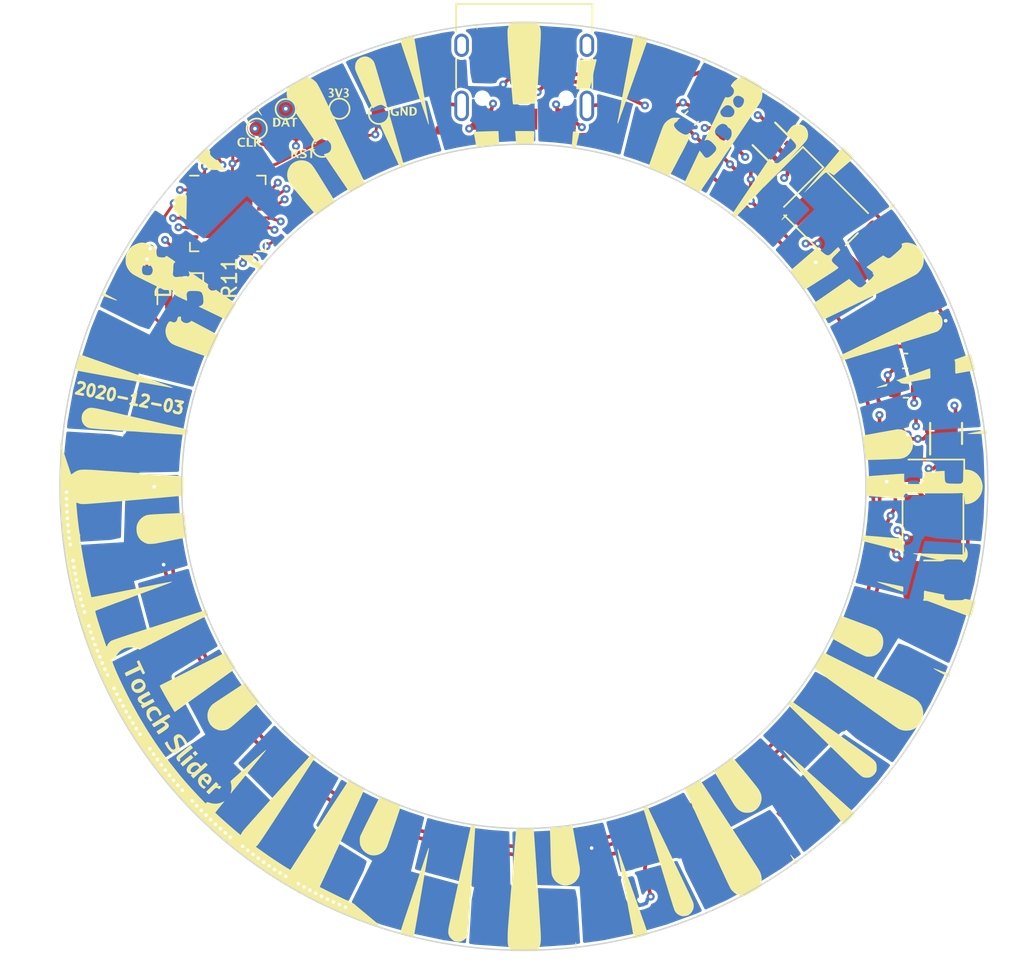
<source format=kicad_pcb>
(kicad_pcb (version 20210126) (generator pcbnew)
  (title_block (title "Meiji Led Ring") (date "2020-12-03") (rev "r1.0"))
  (layers (0 "F.Cu" signal) (1 "In1.Cu" power) (2 "In2.Cu" signal) (31 "B.Cu" signal) (34 "B.Paste" user) (35 "F.Paste" user) (36 "B.SilkS" user "B.Silkscreen") (37 "F.SilkS" user "F.Silkscreen") (38 "B.Mask" user) (39 "F.Mask" user) (44 "Edge.Cuts" user))
  (net 0 "")
  (net 1 "GND")
  (net 2 "Net-(C1-Pad1)")
  (net 3 "Net-(D1-Pad1)")
  (net 4 "Net-(D5-Pad1)")
  (net 5 "Net-(D6-Pad1)")
  (net 6 "Net-(D7-Pad1)")
  (net 7 "Net-(D8-Pad1)")
  (net 8 "Net-(D2-Pad1)")
  (net 9 "Net-(D3-Pad1)")
  (net 10 "Net-(D4-Pad1)")
  (net 11 "/LED0")
  (net 12 "/SWCLK")
  (net 13 "/SWDIO")
  (net 14 "Net-(D10-Pad2)")
  (net 15 "Net-(D10-Pad1)")
  (net 16 "Net-(D11-Pad1)")
  (net 17 "Net-(D12-Pad1)")
  (net 18 "Net-(D13-Pad1)")
  (net 19 "Net-(D14-Pad1)")
  (net 20 "Net-(D15-Pad1)")
  (net 21 "Net-(C2-Pad1)")
  (net 22 "Net-(D16-Pad1)")
  (net 23 "Net-(D17-Pad1)")
  (net 24 "+5V")
  (net 25 "Net-(D19-Pad1)")
  (net 26 "Net-(D20-Pad1)")
  (net 27 "Net-(D21-Pad1)")
  (net 28 "/LED_CTRL")
  (net 29 "Net-(D22-Pad1)")
  (net 30 "Net-(D23-Pad1)")
  (net 31 "Net-(C3-Pad1)")
  (net 32 "Net-(D18-Pad1)")
  (net 33 "Net-(D24-Pad1)")
  (net 34 "Net-(J1-PadA5)")
  (net 35 "Net-(D25-Pad2)")
  (net 36 "Net-(D26-Pad2)")
  (net 43 "Net-(TP6-Pad1)")
  (net 44 "Net-(TP7-Pad1)")
  (net 45 "Net-(TP8-Pad1)")
  (net 46 "Net-(D27-Pad2)")
  (net 47 "Net-(TP9-Pad1)")
  (net 48 "Net-(TP10-Pad1)")
  (net 49 "Net-(TP11-Pad1)")
  (net 50 "Net-(TP12-Pad1)")
  (net 51 "Net-(R3-Pad2)")
  (net 52 "/LED_EN")
  (net 53 "Net-(R4-Pad2)")
  (net 54 "Net-(TP13-Pad1)")
  (net 58 "Net-(J1-PadB5)")
  (net 61 "+3V3")
  (net 62 "/~RESET~")
  (footprint "Resistor_SMD:R_0402_1005Metric" (layer "F.Cu") (at 143.825 63.825)
    (fp_text reference "R14" hide)
    (fp_text value "1K" hide)
  )
  (footprint "Diode_SMD:D_SOD-123F" (layer "F.Cu") (at 178.4 66.85 -135)
    (fp_text reference "D26" hide)
    (fp_text value "DSS14" hide)
  )
  (footprint "Resistor_SMD:R_0603_1608Metric" (layer "F.Cu") (at 173.155018 64.170093 45)
    (fp_text reference "R9" hide)
    (fp_text value "10R" hide)
  )
  (footprint "Resistor_SMD:R_0402_1005Metric" (layer "F.Cu") (at 174.34826 61.138373 135)
    (fp_text reference "R6" hide)
    (fp_text value "5.1k" hide)
  )
  (footprint "Resistor_SMD:R_0402_1005Metric" (layer "F.Cu") (at 189.3 80.25 90)
    (fp_text reference "R5" hide)
    (fp_text value "5.1k" hide)
  )
  (footprint "LOGO" (layer "F.Cu") (at 160.075 88)
    (fp_text reference "G***" hide)
    (fp_text value "LOGO" hide)
  )
  (footprint "Capacitor_SMD:C_1210_3225Metric" (layer "F.Cu") (at 188.2 94.475 180)
    (fp_text reference "C1" hide)
    (fp_text value "22uF" hide)
  )
  (footprint "Capacitor_SMD:C_1210_3225Metric" (layer "F.Cu") (at 183.576003 71.921752 -135)
    (fp_text reference "C2" hide)
    (fp_text value "22uF" hide)
  )
  (footprint "gsd-footprints:touch_edge_arc" (layer "F.Cu") (at 128.45 88.4)
    (fp_text reference "TP8" hide)
    (fp_text value "TP_SWCLK" hide)
  )
  (footprint "Resistor_SMD:R_0402_1005Metric" (layer "F.Cu") (at 154.225 62.95 90)
    (fp_text reference "R2" hide)
    (fp_text value "5.1k" hide)
  )
  (footprint "gsd-footprints:touch_edge_arc" (layer "F.Cu") (at 140.601685 112.825818 51)
    (fp_text reference "TP10" hide)
    (fp_text value "TP_SWCLK" hide)
  )
  (footprint "gsd-footprints:touch_edge_arc" (layer "F.Cu") (at 134.200818 106.101686 34)
    (fp_text reference "TP9" hide)
    (fp_text value "TP_SWCLK" hide)
  )
  (footprint "gsd-footprints:touch_edge_arc" (layer "F.Cu") (at 131.732028 101.937161 25.5)
    (fp_text reference "TP12" hide)
    (fp_text value "TP_SWCLK" hide)
  )
  (footprint "Resistor_SMD:R_0402_1005Metric" (layer "F.Cu") (at 138.525 73.65 -90)
    (fp_text reference "R11")
    (fp_text value "1K")
  )
  (footprint "Diode_SMD:D_SOD-123F" (layer "F.Cu") (at 188.175 87.15 180)
    (fp_text reference "D25" hide)
    (fp_text value "DSS14" hide)
  )
  (footprint "Capacitor_SMD:C_0402_1005Metric" (layer "F.Cu") (at 148.475 63.85)
    (fp_text reference "C7" hide)
    (fp_text value "0.1uF" hide)
  )
  (footprint "TestPoint:TestPoint_Pad_D1.0mm" (layer "F.Cu") (at 147.275 61.95)
    (fp_text reference "TP3" hide)
    (fp_text value "TP_VDD" hide)
  )
  (footprint "Package_DFN_QFN:DFN-6-1EP_2x2mm_P0.65mm_EP1x1.6mm" (layer "F.Cu") (at 177.071447 64.196447 135)
    (fp_text reference "U3" hide)
    (fp_text value "AP5726" hide)
  )
  (footprint "TestPoint:TestPoint_Pad_D1.0mm" (layer "F.Cu") (at 150 62.3)
    (fp_text reference "TP5" hide)
    (fp_text value "TP_GND" hide)
  )
  (footprint "gsd-footprints:touch_edge_arc" (layer "F.Cu") (at 128.9 93.125 8.5)
    (fp_text reference "TP13" hide)
    (fp_text value "TP_SWCLK" hide)
  )
  (footprint "Resistor_SMD:R_0402_1005Metric" (layer "F.Cu") (at 165.825 62.975 -90)
    (fp_text reference "R1" hide)
    (fp_text value "5.1k" hide)
  )
  (footprint "Package_DFN_QFN:DFN-6-1EP_2x2mm_P0.65mm_EP1x1.6mm" (layer "F.Cu") (at 189.125 84.35 90)
    (fp_text reference "U2" hide)
    (fp_text value "AP5726" hide)
  )
  (footprint "Resistor_SMD:R_0603_1608Metric" (layer "F.Cu") (at 171.54635 62.596781 45)
    (fp_text reference "R10" hide)
    (fp_text value "10R" hide)
  )
  (footprint "Package_TO_SOT_SMD:SOT-23" (layer "F.Cu") (at 136.3 74.05 90)
    (fp_text reference "U4" hide)
    (fp_text value "MCP1700-3302E_SOT23" hide)
  )
  (footprint "TestPoint:TestPoint_Pad_D1.0mm" (layer "F.Cu") (at 143.575 61.975)
    (fp_text reference "TP2" hide)
    (fp_text value "TP_SWDIO" hide)
  )
  (footprint "Capacitor_SMD:C_0402_1005Metric" (layer "F.Cu") (at 135.45 71.85)
    (fp_text reference "C4" hide)
    (fp_text value "1uF" hide)
  )
  (footprint "Inductor_SMD:L_Taiyo-Yuden_NR-40xx" (layer "F.Cu") (at 180.85 69.225 135)
    (fp_text reference "L2" hide)
    (fp_text value "22uH" hide)
  )
  (footprint "Capacitor_SMD:C_0402_1005Metric" (layer "F.Cu") (at 139.15 64.775 45)
    (fp_text reference "C5" hide)
    (fp_text value "10uF" hide)
  )
  (footprint "Package_DFN_QFN:QFN-24-1EP_5x5mm_P0.65mm_EP3.4x3.4mm" (layer "F.Cu") (at 139.575 69.175)
    (fp_text reference "U1" hide)
    (fp_text value "ATSAML10D14-MFT" hide)
  )
  (footprint "TestPoint:TestPoint_Pad_D1.0mm" (layer "F.Cu") (at 141.575 63.325)
    (fp_text reference "TP1" hide)
    (fp_text value "TP_SWCLK" hide)
  )
  (footprint "gsd-footprints:touch_edge_arc" (layer "F.Cu") (at 144.447291 115.410141 59.5)
    (fp_text reference "TP6" hide)
    (fp_text value "TP_SWCLK" hide)
  )
  (footprint "gkl_logos:gsd_logo_small" (layer "F.Cu") (at 187.3 97.625)
    (fp_text reference "G***" hide)
    (fp_text value "LOGO" hide)
  )
  (footprint "gkl_logos:oshw_small" (layer "F.Cu") (at 178.35 109.775)
    (fp_text reference "G***" hide)
    (fp_text value "LOGO" hide)
  )
  (footprint "Inductor_SMD:L_Taiyo-Yuden_NR-40xx" (layer "F.Cu") (at 188.22 90.6 90)
    (fp_text reference "L1" hide)
    (fp_text value "22uH" hide)
  )
  (footprint "Resistor_SMD:R_0603_1608Metric" (layer "F.Cu") (at 186.3 79.35)
    (fp_text reference "R8" hide)
    (fp_text value "10R" hide)
  )
  (footprint "Capacitor_SMD:C_0402_1005Metric" (layer "F.Cu") (at 142.125 64.925 45)
    (fp_text reference "C3" hide)
    (fp_text value "1uF" hide)
  )
  (footprint "Connector_USB:USB_C_Receptacle_HRO_TYPE-C-31-M-12" (layer "F.Cu") (at 160.025 58.625 180)
    (fp_text reference "J1" hide)
    (fp_text value "USB_C_Receptacle_USB2.0" hide)
  )
  (footprint "Capacitor_SMD:C_0402_1005Metric" (layer "F.Cu") (at 136.175 76.3 180)
    (fp_text reference "C6" hide)
    (fp_text value "0.1uF" hide)
  )
  (footprint "LED_SMD:LED_0402_1005Metric" (layer "F.Cu") (at 133.975 73.575 -90)
    (fp_text reference "D27")
    (fp_text value "LED_ALT")
  )
  (footprint "TestPoint:TestPoint_Pad_D1.0mm" (layer "F.Cu") (at 146.1 64.575)
    (fp_text reference "TP4" hide)
    (fp_text value "TP_RESET" hide)
  )
  (footprint "gsd-footprints:touch_edge_arc" (layer "F.Cu") (at 129.988258 97.626512 17)
    (fp_text reference "TP7" hide)
    (fp_text value "TP_SWCLK" hide)
  )
  (footprint "Resistor_SMD:R_0402_1005Metric" (layer "F.Cu") (at 188.35 80.275 90)
    (fp_text reference "R3" hide)
    (fp_text value "100k" hide)
  )
  (footprint "gsd-footprints:touch_edge_arc" (layer "F.Cu") (at 137.125 109.7 42.5)
    (fp_text reference "TP11" hide)
    (fp_text value "TP_SWCLK" hide)
  )
  (footprint "Resistor_SMD:R_0603_1608Metric" (layer "F.Cu") (at 186.35 81.375)
    (fp_text reference "R7" hide)
    (fp_text value "10R" hide)
  )
  (footprint "Resistor_SMD:R_0402_1005Metric" (layer "F.Cu") (at 173.641154 61.84548 135)
    (fp_text reference "R4" hide)
    (fp_text value "100k" hide)
  )
  (footprint "gsd-footprints:LED_LUXEON_3014" (layer "B.Cu") (at 188 88)
    (fp_text reference "D12" hide)
    (fp_text value "LED_ALT" hide)
  )
  (footprint "gsd-footprints:LED_LUXEON_3014" (layer "B.Cu") (at 146 63.751288 120)
    (fp_text reference "D20" hide)
    (fp_text value "LED_ALT" hide)
  )
  (footprint "gsd-footprints:LED_LUXEON_3014" (layer "B.Cu") (at 132.954077 80.753066 165)
    (fp_text reference "D23" hide)
    (fp_text value "LED_ALT" hide)
  )
  (footprint "gsd-footprints:LED_LUXEON_3014" (layer "B.Cu") (at 174 112.248711 -60)
    (fp_text reference "D8" hide)
    (fp_text value "LED_ALT" hide)
  )
  (footprint "gsd-footprints:LED_LUXEON_3014" (layer "B.Cu") (at 174 63.751288 60)
    (fp_text reference "D16" hide)
    (fp_text value "LED_ALT" hide)
  )
  (footprint "gsd-footprints:LED_LUXEON_3014" (layer "B.Cu") (at 152.753067 60.954076 105)
    (fp_text reference "D19" hide)
    (fp_text value "LED_ALT" hide)
  )
  (footprint "gsd-footprints:LED_LUXEON_3014" (layer "B.Cu") (at 179.79899 68.20101 45)
    (fp_text reference "D15" hide)
    (fp_text value "LED_ALT" hide)
  )
  (footprint "gsd-footprints:LED_LUXEON_3014" (layer "B.Cu") (at 140.201011 107.798989 -135)
    (fp_text reference "D3" hide)
    (fp_text value "LED_ALT" hide)
  )
  (footprint "gsd-footprints:LED_LUXEON_3014" (layer "B.Cu") (at 187.045924 95.246933 -15)
    (fp_text reference "D11" hide)
    (fp_text value "LED_ALT" hide)
  )
  (footprint "gsd-footprints:LED_LUXEON_3014" (layer "B.Cu") (at 132 88 180)
    (fp_text reference "D24" hide)
    (fp_text value "LED_ALT" hide)
  )
  (footprint "gsd-footprints:LED_LUXEON_3014" (layer "B.Cu") (at 187.045924 80.753066 15)
    (fp_text reference "D13" hide)
    (fp_text value "LED_ALT" hide)
  )
  (footprint "gsd-footprints:LED_LUXEON_3014" (layer "B.Cu") (at 135.751289 73.999999 150)
    (fp_text reference "D22" hide)
    (fp_text value "LED_ALT" hide)
  )
  (footprint "gsd-footprints:LED_LUXEON_3014" (layer "B.Cu") (at 179.79899 107.798989 -45)
    (fp_text reference "D9" hide)
    (fp_text value "LED_ALT" hide)
  )
  (footprint "gsd-footprints:LED_LUXEON_3014" (layer "B.Cu") (at 184.248712 102 -30)
    (fp_text reference "D10" hide)
    (fp_text value "LED_ALT" hide)
  )
  (footprint "gsd-footprints:LED_LUXEON_3014" (layer "B.Cu") (at 146 112.248711 -120)
    (fp_text reference "D4" hide)
    (fp_text value "LED_ALT" hide)
  )
  (footprint "gsd-footprints:LED_LUXEON_3014" (layer "B.Cu") (at 135.751289 102 -150)
    (fp_text reference "D2" hide)
    (fp_text value "LED_ALT" hide)
  )
  (footprint "gsd-footprints:LED_LUXEON_3014" (layer "B.Cu") (at 140.201011 68.20101 135)
    (fp_text reference "D21" hide)
    (fp_text value "LED_ALT" hide)
  )
  (footprint "gsd-footprints:LED_LUXEON_3014" (layer "B.Cu") (at 160 60 90)
    (fp_text reference "D18" hide)
    (fp_text value "LED_ALT" hide)
  )
  (footprint "gsd-footprints:LED_LUXEON_3014" (layer "B.Cu") (at 160 116 -90)
    (fp_text reference "D6" hide)
    (fp_text value "LED_ALT" hide)
  )
  (footprint "gsd-footprints:LED_LUXEON_3014" (layer "B.Cu") (at 132.954077 95.246933 -165)
    (fp_text reference "D1" hide)
    (fp_text value "LED_ALT" hide)
  )
  (footprint "gsd-footprints:LED_LUXEON_3014" (layer "B.Cu") (at 167.246934 115.045923 -75)
    (fp_text reference "D7" hide)
    (fp_text value "LED_ALT" hide)
  )
  (footprint "gsd-footprints:LED_LUXEON_3014" (layer "B.Cu") (at 152.753067 115.045923 -105)
    (fp_text reference "D5" hide)
    (fp_text value "LED_ALT" hide)
  )
  (footprint "gsd-footprints:LED_LUXEON_3014" (layer "B.Cu") (at 184.248712 74 30)
    (fp_text reference "D14" hide)
    (fp_text value "LED_ALT" hide)
  )
  (footprint "gsd-footprints:LED_LUXEON_3014" (layer "B.Cu") (at 167.246934 60.954076 75)
    (fp_text reference "D17" hide)
    (fp_text value "LED_ALT" hide)
  )
  (gr_circle (center 160 88) (end 183.6 88) (layer "Edge.Cuts") (width 0.1) (fill none))
  (gr_circle (center 160 88) (end 192 88) (layer "Edge.Cuts") (width 0.1) (fill none))
  (gr_text "2020-12-03" (at 132.8 81.925 -11) (layer "F.SilkS") (effects (font (size 0.8 0.75) (thickness 0.1875))))
  (segment (start 165.3 61.675) (end 164.345 61.755) (width 0.25) (layer "F.Cu") (net 1))
  (segment (start 141.4 64.575) (end 140.9 65.05) (width 0.2) (layer "F.Cu") (net 1))
  (segment (start 185.95 82.6) (end 185.95 83.949999) (width 0.25) (layer "F.Cu") (net 1))
  (segment (start 171.825 63.85) (end 172.465588 64.488291) (width 0.25) (layer "F.Cu") (net 1))
  (segment (start 179.881371 72.54047) (end 175.656408 68.315507) (width 0.25) (layer "F.Cu") (net 1))
  (segment (start 176.239771 65.540113) (end 175.656408 66.123476) (width 0.25) (layer "F.Cu") (net 1))
  (segment (start 186.8 94.475) (end 186.8 93.875) (width 0.25) (layer "F.Cu") (net 1))
  (segment (start 139.492947 64.432053) (end 139.9 65.075) (width 0.2) (layer "F.Cu") (net 1))
  (segment (start 189.125 84.35) (end 187.925 84.35) (width 0.25) (layer "F.Cu") (net 1))
  (segment (start 175.886218 63.878412) (end 175.532664 63.524858) (width 0.25) (layer "F.Cu") (net 1))
  (segment (start 185.1 80.325) (end 185.5125 79.9125) (width 0.25) (layer "F.Cu") (net 1))
  (segment (start 140.5 65.25) (end 140.275 65.525) (width 0.2) (layer "F.Cu") (net 1))
  (segment (start 175.656408 66.818592) (end 175.656408 66.123476) (width 0.25) (layer "F.Cu") (net 1))
  (segment (start 185.1 80.325) (end 185.1 80.912499) (width 0.25) (layer "F.Cu") (net 1))
  (segment (start 186.8 93.875) (end 185.7 92.7) (width 0.25) (layer "F.Cu") (net 1))
  (segment (start 139.9 66.725) (end 139.9 65.725) (width 0.2) (layer "F.Cu") (net 1))
  (segment (start 177.088299 64.161255) (end 176.239771 65.009783) (width 0.25) (layer "F.Cu") (net 1))
  (segment (start 175.302854 64.249643) (end 176.062994 65.009783) (width 0.25) (layer "F.Cu") (net 1))
  (segment (start 174.218458 65.781542) (end 173.605798 65.168882) (width 0.25) (layer "F.Cu") (net 1))
  (segment (start 133.975 73.09) (end 134.85 73.5) (width 0.2) (layer "F.Cu") (net 1))
  (segment (start 188.250001 82.7) (end 187.800001 83.15) (width 0.25) (layer "F.Cu") (net 1))
  (segment (start 139.925 65.4) (end 139.9 65.725) (width 0.2) (layer "F.Cu") (net 1))
  (segment (start 154.725 61.6) (end 155.705 61.755) (width 0.25) (layer "F.Cu") (net 1))
  (segment (start 134.475 71.85) (end 134.965 71.85) (width 0.2) (layer "F.Cu") (net 1))
  (segment (start 165.825 62.49) (end 165.8 61.925) (width 0.25) (layer "F.Cu") (net 1))
  (segment (start 185.7 92.7) (end 185.625 92.7) (width 0.25) (layer "F.Cu") (net 1))
  (segment (start 165.575 61.8) (end 165.3 61.675) (width 0.25) (layer "F.Cu") (net 1))
  (segment (start 134.85 73.85) (end 134.85 73.5) (width 0.2) (layer "F.Cu") (net 1))
  (segment (start 140.9 65.05) (end 140.5 65.25) (width 0.2) (layer "F.Cu") (net 1))
  (segment (start 185.075 91.225) (end 185.075 90.475) (width 0.25) (layer "F.Cu") (net 1))
  (segment (start 173.05779 65.168882) (end 172.465588 64.57668) (width 0.25) (layer "F.Cu") (net 1))
  (segment (start 182.603732 72.964734) (end 182.179468 72.54047) (width 0.25) (layer "F.Cu") (net 1))
  (segment (start 187.55 84.725) (end 186.725 84.725) (width 0.25) (layer "F.Cu") (net 1))
  (segment (start 173.605798 65.168882) (end 173.05779 65.168882) (width 0.25) (layer "F.Cu") (net 1))
  (segment (start 154.4 61.725) (end 154.725 61.6) (width 0.25) (layer "F.Cu") (net 1))
  (segment (start 139.9 66.725) (end 139.575 69.175) (width 0.2) (layer "F.Cu") (net 1))
  (segment (start 187.8 84.225) (end 187.925 84.35) (width 0.25) (layer "F.Cu") (net 1))
  (segment (start 134.225 71.6) (end 134.475 71.85) (width 0.2) (layer "F.Cu") (net 1))
  (segment (start 176.239771 65.009783) (end 176.239771 65.540113) (width 0.25) (layer "F.Cu") (net 1))
  (segment (start 185.562501 81.375) (end 185.562501 82.2125) (width 0.25) (layer "F.Cu") (net 1))
  (segment (start 185.625 92.7) (end 185.275 92.025) (width 0.25) (layer "F.Cu") (net 1))
  (segment (start 170.998342 63.180144) (end 171.157441 63.180144) (width 0.25) (layer "F.Cu") (net 1))
  (segment (start 175.656408 66.123476) (end 174.560392 66.123476) (width 0.25) (layer "F.Cu") (net 1))
  (segment (start 185.075 90.475) (end 185.3 90.025) (width 0.25) (layer "F.Cu") (net 1))
  (segment (start 172.465588 64.488291) (end 172.465588 64.57668) (width 0.25) (layer "F.Cu") (net 1))
  (segment (start 135.69 76.3) (end 135.35 75.675) (width 0.2) (layer "F.Cu") (net 1))
  (segment (start 142.467947 64.582053) (end 141.9 64.375) (width 0.2) (layer "F.Cu") (net 1))
  (segment (start 175.532664 63.524858) (end 175.391243 63.524858) (width 0.25) (layer "F.Cu") (net 1))
  (segment (start 133.975 73.09) (end 134 72.325) (width 0.2) (layer "F.Cu") (net 1))
  (segment (start 188.475001 83.3) (end 188.475 82.8) (width 0.25) (layer "F.Cu") (net 1))
  (segment (start 182.179468 72.54047) (end 180.13453 72.54047) (width 0.25) (layer "F.Cu") (net 1))
  (segment (start 175.391243 63.524858) (end 175.302854 63.613247) (width 0.25) (layer "F.Cu") (net 1))
  (segment (start 185.562501 82.2125) (end 185.95 82.6) (width 0.25) (layer "F.Cu") (net 1))
  (segment (start 163.275 62.67) (end 164 63.225) (width 0.25) (layer "F.Cu") (net 1))
  (segment (start 185.95 83.949999) (end 186.725 84.725) (width 0.25) (layer "F.Cu") (net 1))
  (segment (start 185.275 92.025) (end 185.075 91.225) (width 0.25) (layer "F.Cu") (net 1))
  (segment (start 139.25 71.625) (end 139.575 69.175) (width 0.2) (layer "F.Cu") (net 1))
  (segment (start 185.5125 79.9125) (end 185.5125 79.35) (width 0.25) (layer "F.Cu") (net 1))
  (segment (start 176.062994 65.009783) (end 176.239771 65.009783) (width 0.25) (layer "F.Cu") (net 1))
  (segment (start 135.35 75.675) (end 135.35 75.05) (width 0.2) (layer "F.Cu") (net 1))
  (segment (start 139.9 65.075) (end 139.925 65.4) (width 0.2) (layer "F.Cu") (net 1))
  (segment (start 187.925 84.35) (end 187.55 84.725) (width 0.25) (layer "F.Cu") (net 1))
  (segment (start 148.96 63.85) (end 149.75 63.725) (width 0.2) (layer "F.Cu") (net 1))
  (segment (start 188.475 82.8) (end 188.375 82.7) (width 0.25) (layer "F.Cu") (net 1))
  (segment (start 185.3 90.025) (end 185.625 89.425) (width 0.25) (layer "F.Cu") (net 1))
  (segment (start 171.157441 63.180144) (end 171.825 63.85) (width 0.25) (layer "F.Cu") (net 1))
  (segment (start 140.275 65.525) (end 139.9 65.725) (width 0.2) (layer "F.Cu") (net 1))
  (segment (start 135.35 75.05) (end 134.85 73.85) (width 0.2) (layer "F.Cu") (net 1))
  (segment (start 154.225 62.465) (end 154.4 61.725) (width 0.25) (layer "F.Cu") (net 1))
  (segment (start 188.375 82.7) (end 188.250001 82.7) (width 0.25) (layer "F.Cu") (net 1))
  (segment (start 185.625 85.825) (end 186.725 84.725) (width 0.25) (layer "F.Cu") (net 1))
  (segment (start 175.302854 63.613247) (end 175.302854 64.249643) (width 0.25) (layer "F.Cu") (net 1))
  (segment (start 175.656408 68.315507) (end 175.656408 66.818592) (width 0.25) (layer "F.Cu") (net 1))
  (segment (start 185.1 80.912499) (end 185.562501 81.375) (width 0.25) (layer "F.Cu") (net 1))
  (segment (start 180.13453 72.54047) (end 179.881371 72.54047) (width 0.25) (layer "F.Cu") (net 1))
  (segment (start 174.560392 66.123476) (end 174.218458 65.781542) (width 0.25) (layer "F.Cu") (net 1))
  (segment (start 187.800001 83.15) (end 187.8 84.225) (width 0.25) (layer "F.Cu") (net 1))
  (segment (start 150 62.3) (end 149.75 63.725) (width 0.2) (layer "F.Cu") (net 1))
  (segment (start 141.9 64.375) (end 141.4 64.575) (width 0.2) (layer "F.Cu") (net 1))
  (segment (start 185.625 89.425) (end 185.625 85.825) (width 0.25) (layer "F.Cu") (net 1))
  (segment (start 156.775 62.67) (end 156.225 63.325) (width 0.25) (layer "F.Cu") (net 1))
  (segment (start 165.8 61.925) (end 165.575 61.8) (width 0.25) (layer "F.Cu") (net 1))
  (via (at 185.3 90.025) (size 0.55) (drill 0.25) (layers "F.Cu" "B.Cu") (net 1))
  (via (at 134 72.325) (size 0.55) (drill 0.25) (layers "F.Cu" "B.Cu") (net 1))
  (via (at 134.225 71.6) (size 0.55) (drill 0.25) (layers "F.Cu" "B.Cu") (net 1))
  (via (at 185.1 80.325) (size 0.55) (drill 0.25) (layers "F.Cu" "B.Cu") (net 1))
  (via (at 164 63.225) (size 0.55) (drill 0.25) (layers "F.Cu" "B.Cu") (net 1))
  (via (at 186.475 84.425) (size 0.55) (drill 0.25) (layers "F.Cu" "B.Cu") (net 1))
  (via (at 174.218458 65.781542) (size 0.55) (drill 0.25) (layers "F.Cu" "B.Cu") (net 1))
  (via (at 156.225 63.325) (size 0.55) (drill 0.25) (layers "F.Cu" "B.Cu") (net 1))
  (via (at 175.656408 66.818592) (size 0.55) (drill 0.25) (layers "F.Cu" "B.Cu") (net 1))
  (via (at 139.9 65.725) (size 0.55) (drill 0.25) (layers "F.Cu" "B.Cu") (net 1))
  (via (at 175.656408 68.315507) (size 0.55) (drill 0.25) (layers "F.Cu" "B.Cu") (net 1))
  (via (at 149.75 63.725) (size 0.55) (drill 0.25) (layers "F.Cu" "B.Cu") (net 1))
  (via (at 171.825 63.85) (size 0.55) (drill 0.25) (layers "F.Cu" "B.Cu") (net 1))
  (via (at 180.13453 72.54047) (size 0.55) (drill 0.25) (layers "F.Cu" "B.Cu") (net 1))
  (via (at 185.7 92.7) (size 0.55) (drill 0.25) (layers "F.Cu" "B.Cu") (net 1))
  (via (at 187.175 84.725) (size 0.55) (drill 0.25) (layers "F.Cu" "B.Cu") (net 1))
  (segment (start 168.5 113.475) (end 168.695 113.205) (width 0.25) (layer "F.Cu") (net 2))
  (segment (start 170.375 111.7) (end 172.3 110.7) (width 0.25) (layer "F.Cu") (net 2))
  (segment (start 181.6 102.175) (end 183.525 98.7) (width 0.25) (layer "F.Cu") (net 2))
  (segment (start 165.125 113.525) (end 166.25 113.325) (width 0.25) (layer "F.Cu") (net 2))
  (segment (start 184.375 97.4) (end 185.15 96.575) (width 0.25) (layer "F.Cu") (net 2))
  (segment (start 165.125 113.525) (end 164.45 113.575) (width 0.25) (layer "F.Cu") (net 2))
  (segment (start 189.575001 86.45) (end 189.575 87.15) (width 0.25) (layer "F.Cu") (net 2))
  (segment (start 166.975 113.125) (end 167.875 113) (width 0.25) (layer "F.Cu") (net 2))
  (segment (start 185.6 96.425) (end 186.05 96.375) (width 0.25) (layer "F.Cu") (net 2))
  (segment (start 180.65 103.475) (end 178.825 105.65) (width 0.25) (layer "F.Cu") (net 2))
  (segment (start 144 107.8) (end 147.025 109.925) (width 0.25) (layer "F.Cu") (net 2))
  (segment (start 183.525 98.7) (end 184.375 97.4) (width 0.25) (layer "F.Cu") (net 2))
  (segment (start 168.35 114.35) (end 168.5 113.475) (width 0.25) (layer "F.Cu") (net 2))
  (segment (start 155.85 113.025) (end 159.4 113.4) (width 0.25) (layer "F.Cu") (net 2))
  (segment (start 149.225 111.15) (end 152.175 112.1) (width 0.25) (layer "F.Cu") (net 2))
  (segment (start 180.65 103.475) (end 181.6 102.175) (width 0.25) (layer "F.Cu") (net 2))
  (segment (start 139.275 102.675) (end 141.475 105.575) (width 0.25) (layer "F.Cu") (net 2))
  (segment (start 189.775 86.250001) (end 189.575001 86.45) (width 0.25) (layer "F.Cu") (net 2))
  (segment (start 135.85 96.125) (end 137.525 99.725) (width 0.25) (layer "F.Cu") (net 2))
  (segment (start 190.625 87.55) (end 190.625 93.45) (width 0.25) (layer "F.Cu") (net 2))
  (segment (start 187.175 96.35) (end 189.3 96.2) (width 0.25) (layer "F.Cu") (net 2))
  (segment (start 168.695 113.205) (end 169.15 112.575) (width 0.25) (layer "F.Cu") (net 2))
  (segment (start 185.15 96.575) (end 185.6 96.425) (width 0.25) (layer "F.Cu") (net 2))
  (segment (start 152.175 112.1) (end 155.85 113.025) (width 0.25) (layer "F.Cu") (net 2))
  (segment (start 137.525 99.725) (end 139.275 102.675) (width 0.25) (layer "F.Cu") (net 2))
  (segment (start 166.25 113.325) (end 166.975 113.125) (width 0.25) (layer "F.Cu") (net 2))
  (segment (start 189.775 85.4) (end 189.775 86.250001) (width 0.25) (layer "F.Cu") (net 2))
  (segment (start 174.725 109.2) (end 177.575 106.925) (width 0.25) (layer "F.Cu") (net 2))
  (segment (start 164.45 113.575) (end 163.425 113.55) (width 0.25) (layer "F.Cu") (net 2))
  (segment (start 189.575 87.15) (end 190.225 87.15) (width 0.25) (layer "F.Cu") (net 2))
  (segment (start 161.85 113.35) (end 163.425 113.55) (width 0.25) (layer "F.Cu") (net 2))
  (segment (start 172.3 110.7) (end 174.725 109.2) (width 0.25) (layer "F.Cu") (net 2))
  (segment (start 186.05 96.375) (end 187.175 96.35) (width 0.25) (layer "F.Cu") (net 2))
  (segment (start 177.575 106.925) (end 178.825 105.65) (width 0.25) (layer "F.Cu") (net 2))
  (segment (start 190.225 87.15) (end 190.625 87.55) (width 0.25) (layer "F.Cu") (net 2))
  (segment (start 168.75 116.3) (end 168.35 114.35) (width 0.25) (layer "F.Cu") (net 2))
  (segment (start 190.625 93.45) (end 189.6 94.475) (width 0.25) (layer "F.Cu") (net 2))
  (segment (start 189.3 96.2) (end 189.6 96.05) (width 0.25) (layer "F.Cu") (net 2))
  (segment (start 189.6 96.05) (end 189.6 94.475) (width 0.25) (layer "F.Cu") (net 2))
  (segment (start 159.4 113.4) (end 161.85 113.35) (width 0.25) (layer "F.Cu") (net 2))
  (segment (start 135.15 93.4) (end 135.85 96.125) (width 0.25) (layer "F.Cu") (net 2))
  (segment (start 167.875 113) (end 168.695 113.205) (width 0.25) (layer "F.Cu") (net 2))
  (segment (start 141.475 105.575) (end 144 107.8) (width 0.25) (layer "F.Cu") (net 2))
  (segment (start 147.025 109.925) (end 149.225 111.15) (width 0.25) (layer "F.Cu") (net 2))
  (segment (start 169.15 112.575) (end 170.375 111.7) (width 0.25) (layer "F.Cu") (net 2))
  (via (at 168.75 116.3) (size 0.55) (drill 0.25) (layers "F.Cu" "B.Cu") (net 2))
  (via (at 135.15 93.4) (size 0.55) (drill 0.25) (layers "F.Cu" "B.Cu") (net 2))
  (segment (start 167.75 116.725) (end 167.975 116.9) (width 0.25) (layer "B.Cu") (net 2))
  (segment (start 168.45 116.75) (end 168.525 116.5) (width 0.25) (layer "B.Cu") (net 2))
  (segment (start 167.426813 115.717241) (end 167.75 116.725) (width 0.25) (layer "B.Cu") (net 2))
  (segment (start 132.282759 95.426812) (end 132.275 94.175) (width 0.25) (layer "B.Cu") (net 2))
  (segment (start 168.2 116.85) (end 168.45 116.75) (width 0.25) (layer "B.Cu") (net 2))
  (segment (start 132.275 94.175) (end 132.85 93.875) (width 0.25) (layer "B.Cu") (net 2))
  (segment (start 132.85 93.875) (end 135.15 93.4) (width 0.25) (layer "B.Cu") (net 2))
  (segment (start 167.975 116.9) (end 168.2 116.85) (width 0.25) (layer "B.Cu") (net 2))
  (segment (start 168.525 116.5) (end 168.75 116.3) (width 0.25) (layer "B.Cu") (net 2))
  (segment (start 184.525 94.55) (end 184.625 94.125) (width 0.25) (layer "F.Cu") (net 5))
  (segment (start 184.6 86.05) (end 184.425 87.3) (width 0.25) (layer "F.Cu") (net 5))
  (segment (start 165.775 112.75) (end 164.675 112.95) (width 0.25) (layer "F.Cu") (net 5))
  (segment (start 183.225 98.375) (end 181.5 101.35) (width 0.25) (layer "F.Cu") (net 5))
  (segment (start 179.85 103.675) (end 177.825 105.975) (width 0.25) (layer "F.Cu") (net 5))
  (segment (start 184.525 83.075) (end 184.6 86.05) (width 0.25) (layer "F.Cu") (net 5))
  (segment (start 181.5 101.35) (end 179.85 103.675) (width 0.25) (layer "F.Cu") (net 5))
  (segment (start 184.6 90.5) (end 184.75 92.725) (width 0.25) (layer "F.Cu") (net 5))
  (segment (start 184.525 88.375) (end 184.6 90.5) (width 0.25) (layer "F.Cu") (net 5))
  (segment (start 175.125 108.3) (end 171.95 110.4) (width 0.25) (layer "F.Cu") (net 5))
  (segment (start 184.225 95.625) (end 183.225 98.375) (width 0.25) (layer "F.Cu") (net 5))
  (segment (start 186.925 81.5875) (end 187.1375 81.375) (width 0.25) (layer "F.Cu") (net 5))
  (segment (start 184.625 94.125) (end 184.75 92.725) (width 0.25) (layer "F.Cu") (net 5))
  (segment (start 186.925 82.25) (end 186.925 81.5875) (width 0.25) (layer "F.Cu") (net 5))
  (segment (start 168.15 112.075) (end 165.775 112.75) (width 0.25) (layer "F.Cu") (net 5))
  (segment (start 184.425 87.3) (end 184.525 88.375) (width 0.25) (layer "F.Cu") (net 5))
  (segment (start 184.525 94.55) (end 184.225 95.625) (width 0.25) (layer "F.Cu") (net 5))
  (segment (start 171.95 110.4) (end 168.15 112.075) (width 0.25) (layer "F.Cu") (net 5))
  (segment (start 177.825 105.975) (end 175.125 108.3) (width 0.25) (layer "F.Cu") (net 5))
  (via (at 164.675 112.95) (size 0.55) (drill 0.25) (layers "F.Cu" "B.Cu") (net 5))
  (via (at 186.925 82.25) (size 0.55) (drill 0.25) (layers "F.Cu" "B.Cu") (net 5))
  (via (at 184.525 83.075) (size 0.55) (drill 0.25) (layers "F.Cu" "B.Cu") (net 5))
  (segment (start 139.425 72.95) (end 139.15 73) (width 0.2) (layer "F.Cu") (net 11))
  (segment (start 139.15 73) (end 138.525 73.165) (width 0.2) (layer "F.Cu") (net 11))
  (segment (start 139.85 72.5) (end 139.65 72.725) (width 0.2) (layer "F.Cu") (net 11))
  (segment (start 139.9 71.625) (end 139.85 72.5) (width 0.2) (layer "F.Cu") (net 11))
  (segment (start 139.65 72.725) (end 139.425 72.95) (width 0.2) (layer "F.Cu") (net 11))
  (segment (start 141.575 63.325) (end 142.425 63.625) (width 0.2) (layer "F.Cu") (net 12))
  (segment (start 142.425 63.625) (end 143.34 63.825) (width 0.2) (layer "F.Cu") (net 12))
  (segment (start 137.95 66.725) (end 138 65.925) (width 0.2) (layer "F.Cu") (net 12))
  (via (at 141.45 63.325) (size 0.55) (drill 0.25) (layers "F.Cu" "B.Cu") (net 12))
  (via (at 138 65.925) (size 0.55) (drill 0.25) (layers "F.Cu" "B.Cu") (net 12))
  (segment (start 137.125 67.55) (end 136.275 67.55) (width 0.2) (layer "F.Cu") (net 13))
  (via (at 143.575 61.95) (size 0.55) (drill 0.25) (layers "F.Cu" "B.Cu") (net 13))
  (via (at 136.275 67.55) (size 0.55) (drill 0.25) (layers "F.Cu" "B.Cu") (net 13))
  (segment (start 187.0875 79.35) (end 187.6 79.35) (width 0.25) (layer "F.Cu") (net 17))
  (segment (start 185.0875 82.7125) (end 184.45 82.075) (width 0.25) (layer "F.Cu") (net 17))
  (segment (start 185.025 87.675) (end 185.175 85.5) (width 0.25) (layer "F.Cu") (net 17))
  (segment (start 189.3 79.55) (end 188.925 79.175) (width 0.25) (layer "F.Cu") (net 17))
  (segment (start 187.6 79.35) (end 187.625 79.375) (width 0.25) (layer "F.Cu") (net 17))
  (segment (start 186 78.35) (end 186.775 78.45) (width 0.25) (layer "F.Cu") (net 17))
  (segment (start 186.775 78.45) (end 187.075 78.825) (width 0.25) (layer "F.Cu") (net 17))
  (segment (start 187.825 79.175) (end 187.625 79.375) (width 0.25) (layer "F.Cu") (net 17))
  (segment (start 188.925 79.175) (end 187.825 79.175) (width 0.25) (layer "F.Cu") (net 17))
  (segment (start 184.45 78.975) (end 184.975 78.45) (width 0.25) (layer "F.Cu") (net 17))
  (segment (start 184.45 82.075) (end 184.45 78.975) (width 0.25) (layer "F.Cu") (net 17))
  (segment (start 185.175 85.5) (end 185.0875 82.7125) (width 0.25) (layer "F.Cu") (net 17))
  (segment (start 184.975 78.45) (end 185.375 78.35) (width 0.25) (layer "F.Cu") (net 17))
  (segment (start 189.3 79.765) (end 189.3 79.55) (width 0.25) (layer "F.Cu") (net 17))
  (segment (start 185.375 78.35) (end 186 78.35) (width 0.25) (layer "F.Cu") (net 17))
  (segment (start 187.075 78.825) (end 187.0875 79.35) (width 0.25) (layer "F.Cu") (net 17))
  (via (at 185.025 87.675) (size 0.55) (drill 0.25) (layers "F.Cu" "B.Cu") (net 17))
  (segment (start 185.35 88) (end 186.895 88) (width 0.25) (layer "B.Cu") (net 17))
  (segment (start 185.025 87.675) (end 185.35 88) (width 0.25) (layer "B.Cu") (net 17))
  (segment (start 166.45 60.275) (end 168.15 60.95) (width 0.25) (layer "F.Cu") (net 21))
  (segment (start 179.792983 65.416369) (end 179.386396 65.822955) (width 0.25) (layer "F.Cu") (net 21))
  (segment (start 176.95 61.875) (end 179.792983 64.779973) (width 0.25) (layer "F.Cu") (net 21))
  (segment (start 179.386396 65.822955) (end 179.846016 65.363336) (width 0.25) (layer "F.Cu") (net 21))
  (segment (start 169.275 60.6) (end 172.125 59.425) (width 0.25) (layer "F.Cu") (net 21))
  (segment (start 179.846016 65.363336) (end 180.411701 65.363336) (width 0.25) (layer "F.Cu") (net 21))
  (segment (start 168.15 60.95) (end 169.275 60.6) (width 0.25) (layer "F.Cu") (net 21))
  (segment (start 158.575 60.275) (end 159.25 59.6) (width 0.25) (layer "F.Cu") (net 21))
  (segment (start 184.565952 70.931803) (end 186.025 72.25) (width 0.25) (layer "F.Cu") (net 21))
  (segment (start 188.225 74.8) (end 188.9 76.225) (width 0.25) (layer "F.Cu") (net 21))
  (segment (start 162.15 59.6) (end 163.725 59.575) (width 0.25) (layer "F.Cu") (net 21))
  (segment (start 184.583631 69.535266) (end 184.583631 70.984835) (width 0.25) (layer "F.Cu") (net 21))
  (segment (start 188.9 76.225) (end 189.1 76.575) (width 0.25) (layer "F.Cu") (net 21))
  (segment (start 178.290381 64.444097) (end 178.891421 65.045138) (width 0.25) (layer "F.Cu") (net 21))
  (segment (start 174.175 59.9) (end 176.95 61.875) (width 0.25) (layer "F.Cu") (net 21))
  (segment (start 163.725 59.575) (end 164.9 59.775) (width 0.25) (layer "F.Cu") (net 21))
  (segment (start 180.411701 65.363336) (end 184.583631 69.535266) (width 0.25) (layer "F.Cu") (net 21))
  (segment (start 187.1 73.475) (end 188.225 74.8) (width 0.25) (layer "F.Cu") (net 21))
  (segment (start 172.125 59.425) (end 174.175 59.9) (width 0.25) (layer "F.Cu") (net 21))
  (segment (start 178.891421 65.045138) (end 178.891421 65.327981) (width 0.25) (layer "F.Cu") (net 21))
  (segment (start 164.9 59.775) (end 166.45 60.275) (width 0.25) (layer "F.Cu") (net 21))
  (segment (start 179.792983 64.779973) (end 179.792983 65.416369) (width 0.25) (layer "F.Cu") (net 21))
  (segment (start 178.891421 65.327981) (end 179.386396 65.822955) (width 0.25) (layer "F.Cu") (net 21))
  (segment (start 159.25 59.6) (end 162.15 59.6) (width 0.25) (layer "F.Cu") (net 21))
  (segment (start 186.025 72.25) (end 187.1 73.475) (width 0.25) (layer "F.Cu") (net 21))
  (via (at 158.575 60.275) (size 0.55) (drill 0.25) (layers "F.Cu" "B.Cu") (net 21))
  (via (at 189.1 76.575) (size 0.55) (drill 0.25) (layers "F.Cu" "B.Cu") (net 21))
  (segment (start 154.95 60.225) (end 153.625 60) (width 0.2) (layer "B.Cu") (net 21))
  (segment (start 158.25 60.475) (end 158.575 60.275) (width 0.2) (layer "B.Cu") (net 21))
  (segment (start 157.725 60.525) (end 156.025 60.475) (width 0.2) (layer "B.Cu") (net 21))
  (segment (start 153.625 60) (end 152.573188 60.282758) (width 0.2) (layer "B.Cu") (net 21))
  (segment (start 157.725 60.525) (end 158.25 60.475) (width 0.2) (layer "B.Cu") (net 21))
  (segment (start 156.025 60.475) (end 154.95 60.225) (width 0.2) (layer "B.Cu") (net 21))
  (segment (start 186.75 92.000001) (end 188.219999 92) (width 0.25) (layer "F.Cu") (net 24))
  (segment (start 178.184315 65.25727) (end 177.830761 64.903717) (width 0.25) (layer "F.Cu") (net 24))
  (segment (start 180.275 71.25) (end 180.818287 71.25) (width 0.25) (layer "F.Cu") (net 24))
  (segment (start 157.575 62.67) (end 157.875 61.6) (width 0.25) (layer "F.Cu") (net 24))
  (segment (start 162.475 62.67) (end 162.225 61.65) (width 0.25) (layer "F.Cu") (net 24))
  (segment (start 178.184315 66.494707) (end 178.184315 65.25727) (width 0.25) (layer "F.Cu") (net 24))
  (segment (start 136 72.325) (end 135.935 71.85) (width 0.2) (layer "F.Cu") (net 24))
  (segment (start 188.25 86.775001) (end 189.125 85.9) (width 0.25) (layer "F.Cu") (net 24))
  (segment (start 179.439429 71.25) (end 180.275 71.25) (width 0.25) (layer "F.Cu") (net 24))
  (segment (start 136.3 73.05) (end 136 72.325) (width 0.2) (layer "F.Cu") (net 24))
  (segment (start 135.935 71.685) (end 135.935 71.85) (width 0.2) (layer "F.Cu") (net 24))
  (segment (start 189.125 85.9) (end 189.125 85.4) (width 0.25) (layer "F.Cu") (net 24))
  (segment (start 186.375 91.55) (end 186.75 92.000001) (width 0.25) (layer "F.Cu") (net 24))
  (segment (start 185.775 91.025) (end 186.375 91.55) (width 0.25) (layer "F.Cu") (net 24))
  (segment (start 180.818287 71.25) (end 181.857734 70.210553) (width 0.25) (layer "F.Cu") (net 24))
  (segment (start 135.25 71) (end 135.935 71.685) (width 0.2) (layer "F.Cu") (net 24))
  (segment (start 177.954505 66.724517) (end 178.184315 66.494707) (width 0.25) (layer "F.Cu") (net 24))
  (segment (start 187.925 86.775) (end 188.25 86.775001) (width 0.25) (layer "F.Cu") (net 24))
  (via (at 157.875 61.6) (size 0.55) (drill 0.25) (layers "F.Cu" "B.Cu") (net 24))
  (via (at 186.375 91.55) (size 0.55) (drill 0.25) (layers "F.Cu" "B.Cu") (net 24))
  (via (at 180.275 71.25) (size 0.55) (drill 0.25) (layers "F.Cu" "B.Cu") (net 24))
  (via (at 162.225 61.65) (size 0.55) (drill 0.25) (layers "F.Cu" "B.Cu") (net 24))
  (via (at 179.439429 71.25) (size 0.55) (drill 0.25) (layers "F.Cu" "B.Cu") (net 24))
  (via (at 135.25 71) (size 0.55) (drill 0.25) (layers "F.Cu" "B.Cu") (net 24))
  (via (at 177.954505 66.724517) (size 0.55) (drill 0.25) (layers "F.Cu" "B.Cu") (net 24))
  (via (at 187.925 86.775) (size 0.55) (drill 0.25) (layers "F.Cu" "B.Cu") (net 24))
  (via (at 185.775 91.025) (size 0.55) (drill 0.25) (layers "F.Cu" "B.Cu") (net 24))
  (segment (start 188.35 80.76) (end 188.35 81.2) (width 0.25) (layer "F.Cu") (net 28))
  (segment (start 174.87859 63.43647) (end 174.87859 64.886039) (width 0.25) (layer "F.Cu") (net 28))
  (segment (start 188.075 82.275001) (end 187.05 83.300001) (width 0.25) (layer "F.Cu") (net 28))
  (segment (start 174.312905 62.870785) (end 174.87859 63.43647) (width 0.25) (layer "F.Cu") (net 28))
  (segment (start 187.05 83.300001) (end 187.05 83.85) (width 0.25) (layer "F.Cu") (net 28))
  (segment (start 174.312905 62.481876) (end 174.312905 62.870785) (width 0.25) (layer "F.Cu") (net 28))
  (segment (start 137.125 69.5) (end 135.8 69.5) (width 0.2) (layer "F.Cu") (net 28))
  (segment (start 188.35 81.2) (end 188.075 81.475) (width 0.25) (layer "F.Cu") (net 28))
  (segment (start 174.001778 62.170749) (end 174.312905 62.481876) (width 0.25) (layer "F.Cu") (net 28))
  (segment (start 174.87859 64.886039) (end 175.267499 65.274948) (width 0.25) (layer "F.Cu") (net 28))
  (segment (start 188.075 81.475) (end 188.075 82.275001) (width 0.25) (layer "F.Cu") (net 28))
  (via (at 187.05 83.85) (size 0.55) (drill 0.25) (layers "F.Cu" "B.Cu") (net 28))
  (via (at 175.267499 65.274948) (size 0.55) (drill 0.25) (layers "F.Cu" "B.Cu") (net 28))
  (via (at 135.8 69.5) (size 0.55) (drill 0.25) (layers "F.Cu" "B.Cu") (net 28))
  (segment (start 141.275 65.45) (end 141.782053 65.267947) (width 0.2) (layer "F.Cu") (net 31))
  (segment (start 141.05 65.45) (end 141.275 65.45) (width 0.2) (layer "F.Cu") (net 31))
  (segment (start 140.55 66.725) (end 140.6 65.825) (width 0.2) (layer "F.Cu") (net 31))
  (segment (start 140.75 65.6) (end 141.05 65.45) (width 0.2) (layer "F.Cu") (net 31))
  (segment (start 140.6 65.825) (end 140.75 65.6) (width 0.2) (layer "F.Cu") (net 31))
  (segment (start 165.575 60.45) (end 168.35 61.725) (width 0.25) (layer "F.Cu") (net 32))
  (segment (start 173.391295 63.275) (end 173.579282 63.462987) (width 0.25) (layer "F.Cu") (net 32))
  (segment (start 161.65 60.1) (end 164.25 60.1) (width 0.25) (layer "F.Cu") (net 32))
  (segment (start 172.475 63.275) (end 173.391295 63.275) (width 0.25) (layer "F.Cu") (net 32))
  (segment (start 160.95 60.8) (end 161.65 60.1) (width 0.25) (layer "F.Cu") (net 32))
  (segment (start 164.25 60.1) (end 165.575 60.45) (width 0.25) (layer "F.Cu") (net 32))
  (via (at 160.95 60.8) (size 0.55) (drill 0.25) (layers "F.Cu" "B.Cu") (net 32))
  (via (at 168.35 61.725) (size 0.55) (drill 0.25) (layers "F.Cu" "B.Cu") (net 32))
  (via (at 172.475 63.275) (size 0.55) (drill 0.25) (layers "F.Cu" "B.Cu") (net 32))
  (segment (start 160.645 61.105) (end 160.95 60.8) (width 0.25) (layer "B.Cu") (net 32))
  (segment (start 160 61.105) (end 160.645 61.105) (width 0.25) (layer "B.Cu") (net 32))
  (segment (start 171.275 110.15) (end 173.6 108.7) (width 0.25) (layer "F.Cu") (net 33))
  (segment (start 169.65 64.025) (end 169.5 62.925) (width 0.25) (layer "F.Cu") (net 33))
  (segment (start 135.7 93.025) (end 135.85 94.2) (width 0.25) (layer "F.Cu") (net 33))
  (segment (start 184.025 84.15) (end 183.725 82.275) (width 0.25) (layer "F.Cu") (net 33))
  (segment (start 166.275 112.1) (end 168.7 111.325) (width 0.25) (layer "F.Cu") (net 33))
  (segment (start 151.725 111.475) (end 154.475 112.15) (width 0.25) (layer "F.Cu") (net 33))
  (segment (start 136.375 96.175) (end 138.275 100.25) (width 0.25) (layer "F.Cu") (net 33))
  (segment (start 148.025 109.9) (end 151.725 111.475) (width 0.25) (layer "F.Cu") (net 33))
  (segment (start 184.15 89.75) (end 184.125 89.325) (width 0.25) (layer "F.Cu") (net 33))
  (segment (start 178.225 104.775) (end 180.275 102.275) (width 0.25) (layer "F.Cu") (net 33))
  (segment (start 184.025 86.975) (end 184.1 85.825) (width 0.25) (layer "F.Cu") (net 33))
  (segment (start 173.81793 60.643398) (end 173.2876 60.643398) (width 0.25) (layer "F.Cu") (net 33))
  (segment (start 172.3 66.05) (end 169.65 64.025) (width 0.25) (layer "F.Cu") (net 33))
  (segment (start 173.969958 60.795426) (end 173.81793 60.643398) (width 0.25) (layer "F.Cu") (net 33))
  (segment (start 175.9 106.925) (end 178.225 104.775) (width 0.25) (layer "F.Cu") (net 33))
  (segment (start 162.4 112.9) (end 164.775 112.375) (width 0.25) (layer "F.Cu") (net 33))
  (segment (start 135.85 94.2) (end 136.375 96.175) (width 0.25) (layer "F.Cu") (net 33))
  (segment (start 144.8 107.8) (end 148.025 109.9) (width 0.25) (layer "F.Cu") (net 33))
  (segment (start 138.275 100.25) (end 140.1 103.05) (width 0.25) (layer "F.Cu") (net 33))
  (segment (start 183.975 94.15) (end 184.175 93.025) (width 0.25) (layer "F.Cu") (net 33))
  (segment (start 172.103197 62.039934) (end 170.975 61.525) (width 0.25) (layer "F.Cu") (net 33))
  (segment (start 164.775 112.375) (end 166.275 112.1) (width 0.25) (layer "F.Cu") (net 33))
  (segment (start 142.1 105.5) (end 144.8 107.8) (width 0.25) (layer "F.Cu") (net 33))
  (segment (start 183.725 82.275) (end 182 76.9) (width 0.25) (layer "F.Cu") (net 33))
  (segment (start 135.225 92) (end 135.7 93.025) (width 0.25) (layer "F.Cu") (net 33))
  (segment (start 172.474427 61.704058) (end 172.509783 61.704058) (width 0.25) (layer "F.Cu") (net 33))
  (segment (start 184.125 89.325) (end 184.025 86.975) (width 0.25) (layer "F.Cu") (net 33))
  (segment (start 175.175 68.55) (end 172.3 66.05) (width 0.25) (layer "F.Cu") (net 33))
  (segment (start 184.1 85.825) (end 184.025 84.15) (width 0.25) (layer "F.Cu") (net 33))
  (segment (start 170.1 61.925) (end 170.975 61.525) (width 0.25) (layer "F.Cu") (net 33))
  (segment (start 182 76.9) (end 179.95 73.7) (width 0.25) (layer "F.Cu") (net 33))
  (segment (start 173.2876 60.643398) (end 172.509783 61.421216) (width 0.25) (layer "F.Cu") (net 33))
  (segment (start 134.5 88.025) (end 134.925 89.125) (width 0.25) (layer "F.Cu") (net 33))
  (segment (start 179.95 73.7) (end 177.925 71.425) (width 0.25) (layer "F.Cu") (net 33))
  (segment (start 180.275 102.275) (end 182.225 99.125) (width 0.25) (layer "F.Cu") (net 33))
  (segment (start 157.575 112.7) (end 160.225 112.9) (width 0.25) (layer "F.Cu") (net 33))
  (segment (start 169.675 62.425) (end 170.1 61.925) (width 0.25) (layer "F.Cu") (net 33))
  (segment (start 177.925 71.425) (end 175.175 68.55) (width 0.25) (layer "F.Cu") (net 33))
  (segment (start 173.6 108.7) (end 175.9 106.925) (width 0.25) (layer "F.Cu") (net 33))
  (segment (start 169.5 62.925) (end 169.675 62.425) (width 0.25) (layer "F.Cu") (net 33))
  (segment (start 182.225 99.125) (end 183.575 96) (width 0.25) (layer "F.Cu") (net 33))
  (segment (start 140.1 103.05) (end 142.1 105.5) (width 0.25) (layer "F.Cu") (net 33))
  (segment (start 154.475 112.15) (end 157.575 112.7) (width 0.25) (layer "F.Cu") (net 33))
  (segment (start 184.15 89.75) (end 184.175 93.025) (width 0.25) (layer "F.Cu") (net 33))
  (segment (start 134.925 89.125) (end 135.225 92) (width 0.25) (layer "F.Cu") (net 33))
  (segment (start 172.509783 61.421216) (end 172.509783 61.704058) (width 0.25) (layer "F.Cu") (net 33))
  (segment (start 160.225 112.9) (end 162.4 112.9) (width 0.25) (layer "F.Cu") (net 33))
  (segment (start 183.575 96) (end 183.975 94.15) (width 0.25) (layer "F.Cu") (net 33))
  (segment (start 172.112035 62.066451) (end 172.474427 61.704058) (width 0.25) (layer "F.Cu") (net 33))
  (segment (start 168.7 111.325) (end 171.275 110.15) (width 0.25) (layer "F.Cu") (net 33))
  (via (at 134.5 88.025) (size 0.55) (drill 0.25) (layers "F.Cu" "B.Cu") (net 33))
  (via (at 170.975 61.525) (size 0.55) (drill 0.25) (layers "F.Cu" "B.Cu") (net 33))
  (segment (start 133.105 88) (end 134.5 88.025) (width 0.25) (layer "B.Cu") (net 33))
  (segment (start 165.25 63.475) (end 164.8 63.625) (width 0.25) (layer "F.Cu") (net 34))
  (segment (start 165.825 63.46) (end 165.25 63.475) (width 0.25) (layer "F.Cu") (net 34))
  (segment (start 161.45 63.75) (end 161.275 63.6) (width 0.25) (layer "F.Cu") (net 34))
  (segment (start 162.8 63.8) (end 161.45 63.75) (width 0.25) (layer "F.Cu") (net 34))
  (segment (start 164.8 63.625) (end 164.225 63.75) (width 0.25) (layer "F.Cu") (net 34))
  (segment (start 161.275 63.6) (end 161.275 62.67) (width 0.25) (layer "F.Cu") (net 34))
  (segment (start 164.225 63.75) (end 162.8 63.8) (width 0.25) (layer "F.Cu") (net 34))
  (segment (start 188.05 89.2) (end 188.219999 89.2) (width 0.25) (layer "F.Cu") (net 35))
  (segment (start 187.1 86.15) (end 186.775 86.475) (width 0.25) (layer "F.Cu") (net 35))
  (segment (start 188.475 85.85) (end 188.175 86.15) (width 0.25) (layer "F.Cu") (net 35))
  (segment (start 186.775 87.925) (end 188.05 89.2) (width 0.25) (layer "F.Cu") (net 35))
  (segment (start 186.775 86.475) (end 186.775 87.15) (width 0.25) (layer "F.Cu") (net 35))
  (segment (start 188.175 86.15) (end 187.1 86.15) (width 0.25) (layer "F.Cu") (net 35))
  (segment (start 186.775 87.15) (end 186.775 87.925) (width 0.25) (layer "F.Cu") (net 35))
  (segment (start 188.475 85.4) (end 188.475 85.85) (width 0.25) (layer "F.Cu") (net 35))
  (segment (start 177.68934 65.681534) (end 177.68934 66.105798) (width 0.25) (layer "F.Cu") (net 36))
  (segment (start 177.371142 65.363336) (end 177.68934 65.681534) (width 0.25) (layer "F.Cu") (net 36))
  (segment (start 177.406497 67.802854) (end 177.954505 68.350862) (width 0.25) (layer "F.Cu") (net 36))
  (segment (start 176.9292 66.865938) (end 176.9292 67.325557) (width 0.25) (layer "F.Cu") (net 36))
  (segment (start 176.9292 67.325557) (end 177.406497 67.802854) (width 0.25) (layer "F.Cu") (net 36))
  (segment (start 179.757627 68.350862) (end 179.877835 68.230654) (width 0.25) (layer "F.Cu") (net 36))
  (segment (start 177.68934 66.105798) (end 176.9292 66.865938) (width 0.25) (layer "F.Cu") (net 36))
  (segment (start 177.954505 68.350862) (end 179.757627 68.350862) (width 0.25) (layer "F.Cu") (net 36))
  (segment (start 140.55 71.625) (end 140.625 72.6) (width 0.2) (layer "F.Cu") (net 43))
  (via (at 140.625 72.6) (size 0.55) (drill 0.25) (layers "F.Cu" "B.Cu") (net 43))
  (segment (start 142.675 68.8) (end 142.025 68.85) (width 0.2) (layer "F.Cu") (net 44))
  (segment (start 143.5 68.2) (end 142.675 68.8) (width 0.2) (layer "F.Cu") (net 44))
  (via (at 143.5 68.2) (size 0.55) (drill 0.25) (layers "F.Cu" "B.Cu") (net 44))
  (segment (start 143.025 67.05) (end 142.675 67.425) (width 0.2) (layer "F.Cu") (net 45))
  (segment (start 142.575 67.45) (end 142.025 67.55) (width 0.2) (layer "F.Cu") (net 45))
  (segment (start 142.675 67.425) (end 142.575 67.45) (width 0.2) (layer "F.Cu") (net 45))
  (via (at 143.025 67.05) (size 0.55) (drill 0.25) (layers "F.Cu" "B.Cu") (net 45))
  (segment (start 136.8 77.025) (end 136.275 77.05) (width 0.2) (layer "F.Cu") (net 46))
  (segment (start 135.575 77.025) (end 135.05 76.85) (width 0.2) (layer "F.Cu") (net 46))
  (segment (start 134.1 75.525) (end 134.1 74.95) (width 0.2) (layer "F.Cu") (net 46))
  (segment (start 138.525 74.135) (end 138.175 75.2) (width 0.2) (layer "F.Cu") (net 46))
  (segment (start 135.05 76.85) (end 134.625 76.475) (width 0.2) (layer "F.Cu") (net 46))
  (segment (start 134.625 76.475) (end 134.1 75.525) (width 0.2) (layer "F.Cu") (net 46))
  (segment (start 136.275 77.05) (end 135.575 77.025) (width 0.2) (layer "F.Cu") (net 46))
  (segment (start 134.1 74.95) (end 133.975 74.06) (width 0.2) (layer "F.Cu") (net 46))
  (segment (start 137.75 76.1) (end 137.125 76.85) (width 0.2) (layer "F.Cu") (net 46))
  (segment (start 138.175 75.2) (end 137.75 76.1) (width 0.2) (layer "F.Cu") (net 46))
  (segment (start 137.125 76.85) (end 136.8 77.025) (width 0.2) (layer "F.Cu") (net 46))
  (segment (start 142.025 70.15) (end 142.525 70.175) (width 0.2) (layer "F.Cu") (net 47))
  (segment (start 142.525 70.175) (end 142.8 70.3) (width 0.2) (layer "F.Cu") (net 47))
  (via (at 142.8 70.3) (size 0.55) (drill 0.25) (layers "F.Cu" "B.Cu") (net 47))
  (segment (start 141.2 71.625) (end 141.175 72.225) (width 0.2) (layer "F.Cu") (net 48))
  (segment (start 141.175 72.225) (end 141.4 72.425) (width 0.2) (layer "F.Cu") (net 48))
  (via (at 141.4 72.425) (size 0.55) (drill 0.25) (layers "F.Cu" "B.Cu") (net 48))
  (segment (start 142.55 70.825) (end 142.7 70.9) (width 0.2) (layer "F.Cu") (net 49))
  (segment (start 142.7 70.9) (end 142.65 71.15) (width 0.2) (layer "F.Cu") (net 49))
  (segment (start 142.025 70.8) (end 142.55 70.825) (width 0.2) (layer "F.Cu") (net 49))
  (segment (start 142.65 71.15) (end 142.25 71.425) (width 0.2) (layer "F.Cu") (net 49))
  (via (at 142.25 71.425) (size 0.55) (drill 0.25) (layers "F.Cu" "B.Cu") (net 49))
  (segment (start 142.525 69.5) (end 143.225 69.725) (width 0.2) (layer "F.Cu") (net 50))
  (segment (start 142.025 69.5) (end 142.525 69.5) (width 0.2) (layer "F.Cu") (net 50))
  (via (at 143.225 69.725) (size 0.55) (drill 0.25) (layers "F.Cu" "B.Cu") (net 50))
  (segment (start 189.3 80.735) (end 189.3 80.825) (width 0.25) (layer "F.Cu") (net 51))
  (segment (start 189.3 80.825) (end 188.625 81.5) (width 0.25) (layer "F.Cu") (net 51))
  (segment (start 189.295 80.735) (end 189.3 80.735) (width 0.25) (layer "F.Cu") (net 51))
  (segment (start 188.625 81.5) (end 188.625 82.075) (width 0.25) (layer "F.Cu") (net 51))
  (segment (start 189.125 82.575) (end 189.125 83.3) (width 0.25) (layer "F.Cu") (net 51))
  (segment (start 188.625 82.075) (end 189.125 82.575) (width 0.25) (layer "F.Cu") (net 51))
  (segment (start 188.35 79.79) (end 189.295 80.735) (width 0.25) (layer "F.Cu") (net 51))
  (segment (start 189.775 83.300001) (end 189.775 82.5) (width 0.25) (layer "F.Cu") (net 52))
  (segment (start 176.805456 62.959173) (end 176.239771 62.393488) (width 0.25) (layer "F.Cu") (net 52))
  (segment (start 189.775 82.5) (end 189.7 82.425) (width 0.25) (layer "F.Cu") (net 52))
  (segment (start 137.125 70.15) (end 136.175 70.125) (width 0.2) (layer "F.Cu") (net 52))
  (segment (start 176.239771 62.393488) (end 176.133705 62.393488) (width 0.25) (layer "F.Cu") (net 52))
  (via (at 176.133705 62.393488) (size 0.55) (drill 0.25) (layers "F.Cu" "B.Cu") (net 52))
  (via (at 189.7 82.425) (size 0.55) (drill 0.25) (layers "F.Cu" "B.Cu") (net 52))
  (via (at 136.175 70.125) (size 0.55) (drill 0.25) (layers "F.Cu" "B.Cu") (net 52))
  (segment (start 174.652316 61.484855) (end 174.655852 61.48132) (width 0.25) (layer "F.Cu") (net 53))
  (segment (start 175.126078 62.90614) (end 175.833185 62.90614) (width 0.25) (layer "F.Cu") (net 53))
  (segment (start 173.315884 61.484855) (end 174.652316 61.484855) (width 0.25) (layer "F.Cu") (net 53))
  (segment (start 175.833185 62.90614) (end 176.345837 63.418792) (width 0.25) (layer "F.Cu") (net 53))
  (segment (start 174.719491 62.499554) (end 175.126078 62.90614) (width 0.25) (layer "F.Cu") (net 53))
  (segment (start 174.655852 61.48132) (end 174.719491 61.544959) (width 0.25) (layer "F.Cu") (net 53))
  (segment (start 174.719491 61.544959) (end 174.719491 62.499554) (width 0.25) (layer "F.Cu") (net 53))
  (segment (start 142.675 68.15) (end 142.025 68.2) (width 0.2) (layer "F.Cu") (net 54))
  (segment (start 143.625 67.475) (end 142.675 68.15) (width 0.2) (layer "F.Cu") (net 54))
  (via (at 143.625 67.475) (size 0.55) (drill 0.25) (layers "F.Cu" "B.Cu") (net 54))
  (segment (start 158.025 63.775) (end 157 63.975) (width 0.25) (layer "F.Cu") (net 58))
  (segment (start 158.225 63.625) (end 158.025 63.775) (width 0.25) (layer "F.Cu") (net 58))
  (segment (start 158.275 62.67) (end 158.225 63.625) (width 0.25) (layer "F.Cu") (net 58))
  (segment (start 154.875 63.475) (end 154.225 63.435) (width 0.25) (layer "F.Cu") (net 58))
  (segment (start 155.775 63.9) (end 155.425 63.7) (width 0.25) (layer "F.Cu") (net 58))
  (segment (start 157 63.975) (end 155.775 63.9) (width 0.25) (layer "F.Cu") (net 58))
  (segment (start 155.425 63.7) (end 154.875 63.475) (width 0.25) (layer "F.Cu") (net 58))
  (segment (start 145.825 63.525) (end 146.65 63.5) (width 0.2) (layer "F.Cu") (net 61))
  (segment (start 147.15 63.7) (end 147.625 63.75) (width 0.2) (layer "F.Cu") (net 61))
  (segment (start 137.275 73.575) (end 137.15 72.175) (width 0.2) (layer "F.Cu") (net 61))
  (segment (start 147.15 62.975) (end 146.85 63.275) (width 0.2) (layer "F.Cu") (net 61))
  (segment (start 138.6 72.225) (end 138.6 71.625) (width 0.2) (layer "F.Cu") (net 61))
  (segment (start 136.8 71.55) (end 135.65 70.625) (width 0.2) (layer "F.Cu") (net 61))
  (segment (start 135.65 70.625) (end 135.225 69.75) (width 0.2) (layer "F.Cu") (net 61))
  (segment (start 137.25 75.05) (end 137.15 75.65) (width 0.2) (layer "F.Cu") (net 61))
  (segment (start 137.275 73.575) (end 137.8 72.7) (width 0.2) (layer "F.Cu") (net 61))
  (segment (start 135.225 69.75) (end 135.225 69.375) (width 0.2) (layer "F.Cu") (net 61))
  (segment (start 138.6 66.725) (end 138.575 65.725) (width 0.2) (layer "F.Cu") (net 61))
  (segment (start 146.85 63.275) (end 146.65 63.5) (width 0.2) (layer "F.Cu") (net 61))
  (segment (start 138.807053 65.117947) (end 139.2 65.825) (width 0.2) (layer "F.Cu") (net 61))
  (segment (start 144.31 63.825) (end 145.225 63.775) (width 0.2) (layer "F.Cu") (net 61))
  (segment (start 137.8 72.7) (end 138.3 72.475) (width 0.2) (layer "F.Cu") (net 61))
  (segment (start 147.625 63.75) (end 147.99 63.85) (width 0.2) (layer "F.Cu") (net 61))
  (segment (start 147.275 61.95) (end 147.15 62.975) (width 0.2) (layer "F.Cu") (net 61))
  (segment (start 138.575 65.725) (end 138.65 65.4) (width 0.2) (layer "F.Cu") (net 61))
  (segment (start 137.15 72.175) (end 136.8 71.55) (width 0.2) (layer "F.Cu") (net 61))
  (segment (start 137.25 75.05) (end 137.275 73.575) (width 0.2) (layer "F.Cu") (net 61))
  (segment (start 145.225 63.775) (end 145.825 63.525) (width 0.2) (layer "F.Cu") (net 61))
  (segment (start 138.65 65.4) (end 138.807053 65.117947) (width 0.2) (layer "F.Cu") (net 61))
  (segment (start 136.66 76.3) (end 137.15 75.65) (width 0.2) (layer "F.Cu") (net 61))
  (segment (start 135.225 69.375) (end 135.85 68.475) (width 0.2) (layer "F.Cu") (net 61))
  (segment (start 146.65 63.5) (end 147.15 63.7) (width 0.2) (layer "F.Cu") (net 61))
  (segment (start 138.3 72.475) (end 138.6 72.225) (width 0.2) (layer "F.Cu") (net 61))
  (segment (start 144.275 64.525) (end 144.31 63.825) (width 0.2) (layer "F.Cu") (net 61))
  (via (at 135.85 68.475) (size 0.55) (drill 0.25) (layers "F.Cu" "B.Cu") (net 61))
  (via (at 139.2 65.825) (size 0.55) (drill 0.25) (layers "F.Cu" "B.Cu") (net 61))
  (via (at 144.275 64.525) (size 0.55) (drill 0.25) (layers "F.Cu" "B.Cu") (net 61))
  (segment (start 141.775 65.925) (end 141.95 66.025) (width 0.2) (layer "F.Cu") (net 62))
  (segment (start 144.175 65.125) (end 145.45 64.475) (width 0.2) (layer "F.Cu") (net 62))
  (segment (start 141.25 66.025) (end 141.425 65.925) (width 0.2) (layer "F.Cu") (net 62))
  (segment (start 141.2 66.2) (end 141.25 66.025) (width 0.2) (layer "F.Cu") (net 62))
  (segment (start 145.45 64.475) (end 146.1 64.575) (width 0.2) (layer "F.Cu") (net 62))
  (segment (start 141.95 66.025) (end 142.4 65.925) (width 0.2) (layer "F.Cu") (net 62))
  (segment (start 141.575 65.9) (end 141.775 65.925) (width 0.2) (layer "F.Cu") (net 62))
  (segment (start 142.4 65.925) (end 142.9 65.775) (width 0.2) (layer "F.Cu") (net 62))
  (segment (start 142.9 65.775) (end 144.175 65.125) (width 0.2) (layer "F.Cu") (net 62))
  (segment (start 141.2 66.725) (end 141.2 66.2) (width 0.2) (layer "F.Cu") (net 62))
  (segment (start 141.425 65.925) (end 141.575 65.9) (width 0.2) (layer "F.Cu") (net 62))
  (zone (net 9) (net_name "Net-(D3-Pad1)") (layer "B.Cu") (connect_pads yes (clearance 0.21)) (min_thickness 0.2) (fill yes (thermal_gap 0.508) (thermal_bridge_width 0.508))
    (polygon (pts (xy 140.456892 113.349656) (xy 143.208862 110.233103) (xy 140.082502 106.898119) (xy 142.758575 104.113024) (xy 143.792661 105.171934) (xy 147.559631 108.097351) (xy 145.599583 111.642254) (xy 149.215239 113.729753) (xy 147.90471 117.649655) (xy 143.823445 115.668614)))
  )
  (zone (net 19) (net_name "Net-(D14-Pad1)") (layer "B.Cu") (priority 1) (connect_pads yes (clearance 0.21)) (min_thickness 0.2) (fill yes (thermal_gap 0.508) (thermal_bridge_width 0.508))
    (polygon (pts (xy 185.438166 68.572241) (xy 181.973343 70.870338) (xy 184.130019 74.900846) (xy 180.824295 76.898423) (xy 180.09951 75.607953) (xy 177.21805 71.807254) (xy 180.0288 68.890439) (xy 177.076629 65.938269) (xy 179.357048 62.491123) (xy 182.786516 65.460972)))
  )
  (zone (net 25) (net_name "Net-(D19-Pad1)") (layer "B.Cu") (connect_pads yes (clearance 0.21)) (min_thickness 0.2) (fill yes (thermal_gap 0.508) (thermal_bridge_width 0.508))
    (polygon (pts (xy 147.818108 58.400344) (xy 149.141137 62.341897) (xy 153.592498 61.301881) (xy 154.666424 65.011976) (xy 153.232338 65.378066) (xy 148.815368 67.177649) (xy 146.725417 63.707746) (xy 143.109761 65.795246) (xy 140.37029 62.700343) (xy 144.126555 60.156385)))
  )
  (zone (net 15) (net_name "Net-(D10-Pad1)") (layer "B.Cu") (priority 1) (connect_pads yes (clearance 0.21)) (min_thickness 0.2) (fill yes (thermal_gap 0.508) (thermal_bridge_width 0.508))
    (polygon (pts (xy 189.544016 100.316219) (xy 185.821394 98.464643) (xy 183.409209 102.347632) (xy 180.026395 100.48358) (xy 180.781583 99.210664) (xy 182.632354 94.814897) (xy 186.563765 95.790669) (xy 187.644335 91.757929) (xy 191.769859 92.009257) (xy 190.912629 96.464188)))
  )
  (zone (net 18) (net_name "Net-(D13-Pad1)") (layer "B.Cu") (connect_pads yes (clearance 0.21)) (min_thickness 0.2) (fill yes (thermal_gap 0.508) (thermal_bridge_width 0.508))
    (polygon (pts (xy 189.599656 75.818108) (xy 185.658103 77.141137) (xy 186.698119 81.592498) (xy 182.988024 82.666424) (xy 182.621934 81.232338) (xy 180.822351 76.815368) (xy 184.292254 74.725417) (xy 182.204754 71.109761) (xy 185.299656 68.37029) (xy 187.843615 72.126555)))
  )
  (zone (net 16) (net_name "Net-(D11-Pad1)") (layer "B.Cu") (connect_pads yes (clearance 0.21)) (min_thickness 0.2) (fill yes (thermal_gap 0.508) (thermal_bridge_width 0.508))
    (polygon (pts (xy 191.725 92.25) (xy 187.65 91.425) (xy 186.325 95.799999) (xy 182.575 94.874999) (xy 182.975 93.449999) (xy 183.625001 88.725) (xy 187.675001 88.65) (xy 187.675001 84.475) (xy 191.725 83.65) (xy 192.05 88.175)))
  )
  (zone (net 7) (net_name "Net-(D8-Pad1)") (layer "B.Cu") (priority 1) (connect_pads yes (clearance 0.21)) (min_thickness 0.2) (fill yes (thermal_gap 0.508) (thermal_bridge_width 0.508))
    (polygon (pts (xy 179.427759 113.438166) (xy 177.129662 109.973343) (xy 173.099154 112.130019) (xy 171.101577 108.824295) (xy 172.392047 108.09951) (xy 176.192746 105.21805) (xy 179.109561 108.0288) (xy 182.061731 105.076629) (xy 185.508877 107.357048) (xy 182.539028 110.786516)))
  )
  (zone (net 30) (net_name "Net-(D23-Pad1)") (layer "B.Cu") (connect_pads yes (clearance 0.21)) (min_thickness 0.2) (fill yes (thermal_gap 0.508) (thermal_bridge_width 0.508))
    (polygon (pts (xy 128.275 83.75) (xy 132.35 84.575) (xy 133.675 80.200001) (xy 137.425 81.125001) (xy 137.025 82.550001) (xy 136.375 87.275) (xy 132.325 87.35) (xy 132.324999 91.525) (xy 128.275 92.35) (xy 127.95 87.825)))
  )
  (zone (net 8) (net_name "Net-(D2-Pad1)") (layer "B.Cu") (priority 1) (connect_pads yes (clearance 0.21)) (min_thickness 0.2) (fill yes (thermal_gap 0.508) (thermal_bridge_width 0.508))
    (polygon (pts (xy 134.561834 107.427759) (xy 138.026657 105.129662) (xy 135.869981 101.099154) (xy 139.175705 99.101577) (xy 139.90049 100.392047) (xy 142.78195 104.192746) (xy 139.9712 107.109561) (xy 142.923371 110.061731) (xy 140.642952 113.508877) (xy 137.213484 110.539028)))
  )
  (zone (net 22) (net_name "Net-(D16-Pad1)") (layer "B.Cu") (priority 1) (connect_pads yes (clearance 0.21)) (min_thickness 0.2) (fill yes (thermal_gap 0.508) (thermal_bridge_width 0.508))
    (polygon (pts (xy 172.316219 58.455984) (xy 170.464643 62.178606) (xy 174.347632 64.590791) (xy 172.48358 67.973605) (xy 171.210664 67.218417) (xy 166.814897 65.367646) (xy 167.790669 61.436235) (xy 163.757929 60.355665) (xy 164.009257 56.230141) (xy 168.464188 57.087371)))
  )
  (zone (net 26) (net_name "Net-(D20-Pad1)") (layer "B.Cu") (priority 1) (connect_pads yes (clearance 0.21)) (min_thickness 0.2) (fill yes (thermal_gap 0.508) (thermal_bridge_width 0.508))
    (polygon (pts (xy 140.572241 62.561834) (xy 142.870338 66.026657) (xy 146.900846 63.869981) (xy 148.898423 67.175705) (xy 147.607953 67.90049) (xy 143.807254 70.78195) (xy 140.890439 67.9712) (xy 137.938269 70.923371) (xy 134.491123 68.642952) (xy 137.460972 65.213484)))
  )
  (zone (net 4) (net_name "Net-(D5-Pad1)") (layer "B.Cu") (connect_pads yes (clearance 0.21)) (min_thickness 0.2) (fill yes (thermal_gap 0.508) (thermal_bridge_width 0.508))
    (polygon (pts (xy 155.75 119.725) (xy 156.575 115.65) (xy 152.200001 114.325) (xy 153.125001 110.575) (xy 154.550001 110.975) (xy 159.275 111.625) (xy 159.35 115.675001) (xy 163.525 115.675001) (xy 164.35 119.725) (xy 159.825 120.05)))
  )
  (zone (net 20) (net_name "Net-(D15-Pad1)") (layer "B.Cu") (connect_pads yes (clearance 0.21)) (min_thickness 0.2) (fill yes (thermal_gap 0.508) (thermal_bridge_width 0.508))
    (polygon (pts (xy 179.543108 62.650344) (xy 176.791138 65.766897) (xy 179.917498 69.101881) (xy 177.241425 71.886976) (xy 176.207339 70.828066) (xy 172.440369 67.902649) (xy 174.400417 64.357746) (xy 170.784761 62.270247) (xy 172.09529 58.350345) (xy 176.176555 60.331386)))
  )
  (zone (net 2) (net_name "Net-(C1-Pad1)") (layer "B.Cu") (priority 1) (connect_pads yes (clearance 0.21)) (min_thickness 0.2) (fill yes (thermal_gap 0.508) (thermal_bridge_width 0.508))
    (polygon (pts (xy 128.256022 92.105849) (xy 132.405695 91.848051) (xy 132.553213 87.27919) (xy 136.414843 87.2021) (xy 136.39729 88.682072) (xy 136.992358 93.414303) (xy 133.09977 94.534964) (xy 134.180339 98.567705) (xy 130.481865 100.412811) (xy 128.996783 96.126112)))
  )
  (zone (net 21) (net_name "Net-(C2-Pad1)") (layer "B.Cu") (priority 1) (connect_pads yes (clearance 0.21)) (min_thickness 0.2) (fill yes (thermal_gap 0.508) (thermal_bridge_width 0.508))
    (polygon (pts (xy 155.894151 56.256022) (xy 156.151949 60.405695) (xy 160.72081 60.553213) (xy 160.7979 64.414843) (xy 159.317928 64.39729) (xy 154.585697 64.992358) (xy 153.465036 61.09977) (xy 149.432295 62.180339) (xy 147.587189 58.481865) (xy 151.873888 56.996783)))
  )
  (zone (net 6) (net_name "Net-(D7-Pad1)") (layer "B.Cu") (connect_pads yes (clearance 0.21)) (min_thickness 0.2) (fill yes (thermal_gap 0.508) (thermal_bridge_width 0.508))
    (polygon (pts (xy 172.181892 117.599656) (xy 170.858863 113.658103) (xy 166.407502 114.698119) (xy 165.333576 110.988024) (xy 166.767662 110.621934) (xy 171.184632 108.822351) (xy 173.274583 112.292254) (xy 176.890239 110.204754) (xy 179.62971 113.299657) (xy 175.873445 115.843615)))
  )
  (zone (net 29) (net_name "Net-(D22-Pad1)") (layer "B.Cu") (priority 1) (connect_pads yes (clearance 0.21)) (min_thickness 0.2) (fill yes (thermal_gap 0.508) (thermal_bridge_width 0.508))
    (polygon (pts (xy 130.455984 75.683781) (xy 134.178606 77.535357) (xy 136.590791 73.652368) (xy 139.973605 75.51642) (xy 139.218417 76.789336) (xy 137.367646 81.185103) (xy 133.436235 80.209331) (xy 132.355665 84.242071) (xy 128.230141 83.990743) (xy 129.087371 79.535812)))
  )
  (zone (net 10) (net_name "Net-(D4-Pad1)") (layer "B.Cu") (priority 1) (connect_pads yes (clearance 0.21)) (min_thickness 0.2) (fill yes (thermal_gap 0.508) (thermal_bridge_width 0.508))
    (polygon (pts (xy 147.683781 117.544016) (xy 149.535357 113.821394) (xy 145.652368 111.409209) (xy 147.51642 108.026395) (xy 148.789336 108.781583) (xy 153.185103 110.632354) (xy 152.209331 114.563765) (xy 156.242071 115.644335) (xy 155.990743 119.769859) (xy 151.535812 118.912629)))
  )
  (zone (net 23) (net_name "Net-(D17-Pad1)") (layer "B.Cu") (connect_pads yes (clearance 0.21)) (min_thickness 0.2) (fill yes (thermal_gap 0.508) (thermal_bridge_width 0.508))
    (polygon (pts (xy 164.25 56.275) (xy 163.425 60.35) (xy 167.8 61.675) (xy 166.875 65.425) (xy 165.45 65.025) (xy 160.725 64.375) (xy 160.65 60.325) (xy 156.475 60.325) (xy 155.65 56.275) (xy 160.175 55.95)))
  )
  (zone (net 5) (net_name "Net-(D6-Pad1)") (layer "B.Cu") (priority 1) (connect_pads yes (clearance 0.21)) (min_thickness 0.2) (fill yes (thermal_gap 0.508) (thermal_bridge_width 0.508))
    (polygon (pts (xy 164.105849 119.743978) (xy 163.848051 115.594305) (xy 159.27919 115.446787) (xy 159.2021 111.585157) (xy 160.682072 111.60271) (xy 165.414303 111.007642) (xy 166.534964 114.90023) (xy 170.567705 113.819661) (xy 172.412811 117.518135) (xy 168.126112 119.003217)))
  )
  (zone (net 27) (net_name "Net-(D21-Pad1)") (layer "B.Cu") (connect_pads yes (clearance 0.21)) (min_thickness 0.2) (fill yes (thermal_gap 0.508) (thermal_bridge_width 0.508))
    (polygon (pts (xy 134.650344 68.456892) (xy 137.766897 71.208862) (xy 141.101881 68.082502) (xy 143.886976 70.758575) (xy 142.828066 71.792661) (xy 139.902649 75.559631) (xy 136.357746 73.599583) (xy 134.270247 77.215239) (xy 130.350344 75.90471) (xy 132.331386 71.823445)))
  )
  (zone (net 21) (net_name "Net-(C2-Pad1)") (layer "B.Cu") (priority 1) (connect_pads yes (clearance 0.21)) (min_thickness 0.2) (fill yes (thermal_gap 0.508) (thermal_bridge_width 0.508))
    (polygon (pts (xy 191.743978 83.894151) (xy 187.594305 84.151949) (xy 187.446787 88.72081) (xy 183.585157 88.7979) (xy 183.60271 87.317928) (xy 183.007642 82.585697) (xy 186.90023 81.465036) (xy 185.819661 77.432295) (xy 189.518135 75.587189) (xy 191.003217 79.873888)))
  )
  (zone (net 14) (net_name "Net-(D10-Pad2)") (layer "B.Cu") (connect_pads yes (clearance 0.21)) (min_thickness 0.2) (fill yes (thermal_gap 0.508) (thermal_bridge_width 0.508))
    (polygon (pts (xy 185.349656 107.543108) (xy 182.233103 104.791138) (xy 178.898119 107.917498) (xy 176.113024 105.241425) (xy 177.171934 104.207339) (xy 180.097351 100.440369) (xy 183.642254 102.400417) (xy 185.729753 98.784761) (xy 189.649656 100.09529) (xy 187.668614 104.176555)))
  )
  (zone (net 3) (net_name "Net-(D1-Pad1)") (layer "B.Cu") (connect_pads yes (clearance 0.21)) (min_thickness 0.2) (fill yes (thermal_gap 0.508) (thermal_bridge_width 0.508))
    (polygon (pts (xy 130.400344 100.181892) (xy 134.341897 98.858863) (xy 133.301881 94.407502) (xy 137.011976 93.333576) (xy 137.378066 94.767662) (xy 139.177649 99.184632) (xy 135.707746 101.274583) (xy 137.795246 104.890239) (xy 134.700343 107.62971) (xy 132.156385 103.873445)))
  )
)
</source>
